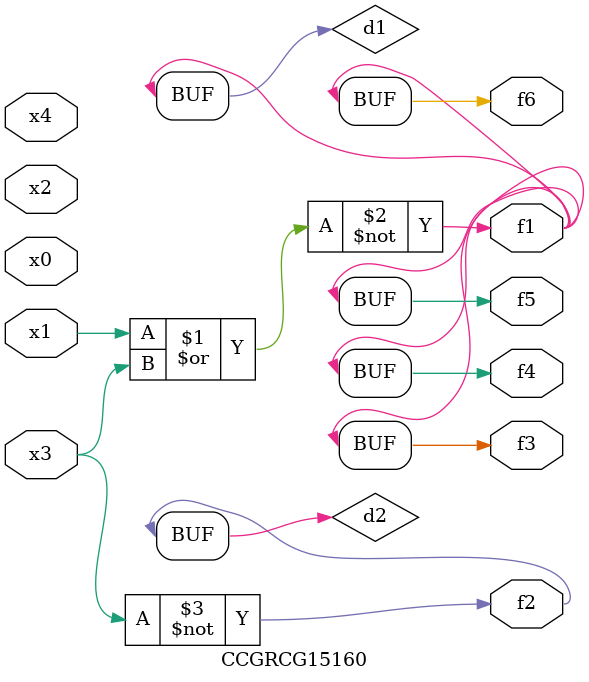
<source format=v>
module CCGRCG15160(
	input x0, x1, x2, x3, x4,
	output f1, f2, f3, f4, f5, f6
);

	wire d1, d2;

	nor (d1, x1, x3);
	not (d2, x3);
	assign f1 = d1;
	assign f2 = d2;
	assign f3 = d1;
	assign f4 = d1;
	assign f5 = d1;
	assign f6 = d1;
endmodule

</source>
